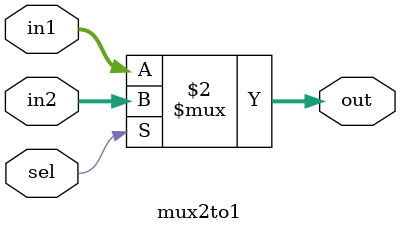
<source format=v>
module forwarding_EXE (
//sources of current instruction
Register1Address,
Register2Address,
ST_src_EXE,
//destination of previous instruction
DestinationMemory, 
DestinationWriteBack,
//load instruction check
WriteBackEnableMemory,
//write back in same register check
WriteBackEnableRegister,
//selection to mux determining first input to ALU
mux1Selection,
//selection to mux determining second input to ALU
mux2Selection,
ST_val_sel);

  input [4:0] Register1Address, Register2Address, ST_src_EXE;
  input [4:0] DestinationMemory, DestinationWriteBack;
  input WriteBackEnableMemory, WriteBackEnableRegister;
  output reg [1:0] mux1Selection,mux2Selection, ST_val_sel;

  always @ ( * ) begin
    // initializing sel signals to 0
    // they will change to enable forwrding if needed.
    {mux1Selection,mux2Selection, ST_val_sel} <= 6'd0;

    // determining forwarding control signal for store value (ST_val)
    if (WriteBackEnableMemory && ST_src_EXE == DestinationMemory) ST_val_sel <= 2'd1;
    else if (WriteBackEnableRegister && ST_src_EXE == DestinationWriteBack) ST_val_sel <= 2'd2;

    // determining forwarding control signal for ALU val1
    //Memory to Execute Forwarding 
 // if (load instruction and source1 of current instruction is equal to Destination previous
  // instruction) 
    if (WriteBackEnableMemory && Register1Address == DestinationMemory) mux1Selection <= 2'd1;
    //Execute to Execute Forwarding
  //else  if (write back in a destination register instruction and source1 of current instruction is //equal to Destination previous instruction) 

    else if (WriteBackEnableRegister && Register1Address == DestinationWriteBack) mux1Selection <= 2'd2;

    // determining forwarding control signal for ALU val2
    //Memory to Execute Forwarding 
    if (WriteBackEnableMemory && Register2Address== DestinationMemory) mux2Selection<= 2'd1;
    //Execute to Execute Forwarding
    else if (WriteBackEnableRegister && Register2Address == DestinationWriteBack) mux2Selection<= 2'd2;
  end
endmodule 
module mux2to1(in1, in2, sel, out);
  input sel;
  input [31:0] in1;
  input [31:0]  in2;
  output [31:0] out;

  assign out = (sel == 0) ? in1 : in2;
endmodule 
</source>
